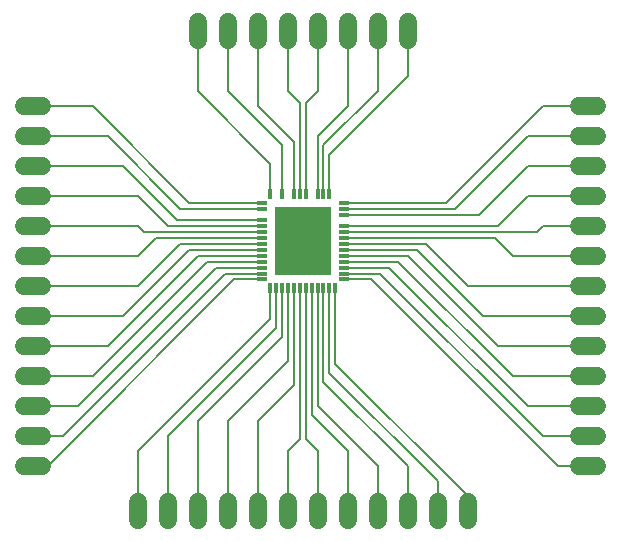
<source format=gbr>
G04 EAGLE Gerber RS-274X export*
G75*
%MOMM*%
%FSLAX34Y34*%
%LPD*%
%INTop Copper*%
%IPPOS*%
%AMOC8*
5,1,8,0,0,1.08239X$1,22.5*%
G01*
%ADD10R,0.812800X0.304800*%
%ADD11R,0.304800X0.812800*%
%ADD12R,4.800600X5.791200*%
%ADD13C,1.524000*%
%ADD14C,0.203200*%


D10*
X308356Y311900D03*
X308356Y306900D03*
X308356Y296900D03*
X308356Y291900D03*
X308356Y286900D03*
X308356Y281900D03*
X308356Y276900D03*
X308356Y271900D03*
X308356Y266900D03*
X308356Y261900D03*
X308356Y256900D03*
X308356Y246900D03*
D11*
X315400Y239903D03*
X320400Y239903D03*
X325400Y239903D03*
X335400Y239903D03*
X340400Y239903D03*
X345400Y239903D03*
X350400Y239903D03*
X355400Y239903D03*
X360400Y239903D03*
X365400Y239903D03*
X370400Y239903D03*
D10*
X377444Y246900D03*
X377444Y251900D03*
X377444Y261900D03*
X377444Y266900D03*
X377444Y271900D03*
X377444Y276900D03*
X377444Y286900D03*
X377444Y291900D03*
X377444Y301900D03*
X377444Y311900D03*
D11*
X365400Y318897D03*
X360400Y318897D03*
X355400Y318897D03*
X345400Y318897D03*
X340400Y318897D03*
X335400Y318897D03*
X325400Y318897D03*
X315400Y318897D03*
D12*
X342900Y279400D03*
D10*
X308356Y251900D03*
D11*
X330400Y239903D03*
D10*
X377444Y256900D03*
X377444Y281900D03*
X377444Y306900D03*
D13*
X482600Y58420D02*
X482600Y43180D01*
X457200Y43180D02*
X457200Y58420D01*
X431800Y58420D02*
X431800Y43180D01*
X406400Y43180D02*
X406400Y58420D01*
X381000Y58420D02*
X381000Y43180D01*
X355600Y43180D02*
X355600Y58420D01*
X330200Y58420D02*
X330200Y43180D01*
X304800Y43180D02*
X304800Y58420D01*
X279400Y58420D02*
X279400Y43180D01*
X254000Y43180D02*
X254000Y58420D01*
X228600Y58420D02*
X228600Y43180D01*
X203200Y43180D02*
X203200Y58420D01*
X254000Y449580D02*
X254000Y464820D01*
X279400Y464820D02*
X279400Y449580D01*
X304800Y449580D02*
X304800Y464820D01*
X330200Y464820D02*
X330200Y449580D01*
X355600Y449580D02*
X355600Y464820D01*
X381000Y464820D02*
X381000Y449580D01*
X406400Y449580D02*
X406400Y464820D01*
X431800Y464820D02*
X431800Y449580D01*
X576580Y393700D02*
X591820Y393700D01*
X591820Y368300D02*
X576580Y368300D01*
X576580Y342900D02*
X591820Y342900D01*
X591820Y317500D02*
X576580Y317500D01*
X576580Y292100D02*
X591820Y292100D01*
X591820Y266700D02*
X576580Y266700D01*
X576580Y241300D02*
X591820Y241300D01*
X591820Y215900D02*
X576580Y215900D01*
X576580Y190500D02*
X591820Y190500D01*
X591820Y165100D02*
X576580Y165100D01*
X576580Y139700D02*
X591820Y139700D01*
X591820Y114300D02*
X576580Y114300D01*
X576580Y88900D02*
X591820Y88900D01*
X121920Y88900D02*
X106680Y88900D01*
X106680Y114300D02*
X121920Y114300D01*
X121920Y139700D02*
X106680Y139700D01*
X106680Y165100D02*
X121920Y165100D01*
X121920Y190500D02*
X106680Y190500D01*
X106680Y215900D02*
X121920Y215900D01*
X121920Y241300D02*
X106680Y241300D01*
X106680Y266700D02*
X121920Y266700D01*
X121920Y292100D02*
X106680Y292100D01*
X106680Y317500D02*
X121920Y317500D01*
X121920Y342900D02*
X106680Y342900D01*
X106680Y368300D02*
X121920Y368300D01*
X121920Y393700D02*
X106680Y393700D01*
D14*
X246900Y311900D02*
X308356Y311900D01*
X165100Y393700D02*
X114300Y393700D01*
X165100Y393700D02*
X246900Y311900D01*
X239200Y306900D02*
X308356Y306900D01*
X177800Y368300D02*
X114300Y368300D01*
X177800Y368300D02*
X239200Y306900D01*
X236500Y296900D02*
X308356Y296900D01*
X236500Y296900D02*
X190500Y342900D01*
X114300Y342900D01*
X228800Y291900D02*
X308356Y291900D01*
X228800Y291900D02*
X203200Y317500D01*
X114300Y317500D01*
X208400Y286900D02*
X308356Y286900D01*
X208400Y286900D02*
X203200Y292100D01*
X114300Y292100D01*
X218400Y281900D02*
X308356Y281900D01*
X218400Y281900D02*
X203200Y266700D01*
X114300Y266700D01*
X238800Y276900D02*
X308356Y276900D01*
X203200Y241300D02*
X114300Y241300D01*
X203200Y241300D02*
X238800Y276900D01*
X246500Y271900D02*
X308356Y271900D01*
X246500Y271900D02*
X190500Y215900D01*
X114300Y215900D01*
X308156Y266700D02*
X308356Y266900D01*
X308156Y266700D02*
X254000Y266700D01*
X177800Y190500D01*
X114300Y190500D01*
X261900Y261900D02*
X308356Y261900D01*
X165100Y165100D02*
X114300Y165100D01*
X165100Y165100D02*
X261900Y261900D01*
X269600Y256900D02*
X308356Y256900D01*
X152400Y139700D02*
X114300Y139700D01*
X152400Y139700D02*
X269600Y256900D01*
X277300Y251900D02*
X308356Y251900D01*
X139700Y114300D02*
X114300Y114300D01*
X139700Y114300D02*
X277300Y251900D01*
X285000Y246900D02*
X308356Y246900D01*
X127000Y88900D02*
X114300Y88900D01*
X127000Y88900D02*
X285000Y246900D01*
X377444Y311900D02*
X464300Y311900D01*
X546100Y393700D02*
X584200Y393700D01*
X546100Y393700D02*
X464300Y311900D01*
X472000Y306900D02*
X377444Y306900D01*
X533400Y368300D02*
X584200Y368300D01*
X533400Y368300D02*
X472000Y306900D01*
X492400Y301900D02*
X377444Y301900D01*
X533400Y342900D02*
X584200Y342900D01*
X533400Y342900D02*
X492400Y301900D01*
X377644Y292100D02*
X377444Y291900D01*
X508000Y292100D02*
X533400Y317500D01*
X584200Y317500D01*
X508000Y292100D02*
X377644Y292100D01*
X377444Y286900D02*
X540900Y286900D01*
X546100Y292100D01*
X584200Y292100D01*
X505500Y281900D02*
X377444Y281900D01*
X505500Y281900D02*
X520700Y266700D01*
X584200Y266700D01*
X447000Y276900D02*
X377444Y276900D01*
X482600Y241300D02*
X584200Y241300D01*
X482600Y241300D02*
X447000Y276900D01*
X439300Y271900D02*
X377444Y271900D01*
X495300Y215900D02*
X584200Y215900D01*
X495300Y215900D02*
X439300Y271900D01*
X377644Y266700D02*
X377444Y266900D01*
X377644Y266700D02*
X431800Y266700D01*
X508000Y190500D01*
X584200Y190500D01*
X423900Y261900D02*
X377444Y261900D01*
X520700Y165100D02*
X584200Y165100D01*
X520700Y165100D02*
X423900Y261900D01*
X416200Y256900D02*
X377444Y256900D01*
X533400Y139700D02*
X584200Y139700D01*
X533400Y139700D02*
X416200Y256900D01*
X408500Y251900D02*
X377444Y251900D01*
X546100Y114300D02*
X584200Y114300D01*
X546100Y114300D02*
X408500Y251900D01*
X400800Y246900D02*
X377444Y246900D01*
X558800Y88900D02*
X584200Y88900D01*
X558800Y88900D02*
X400800Y246900D01*
X315400Y239903D02*
X315400Y213800D01*
X203200Y101600D01*
X203200Y50800D01*
X320400Y206100D02*
X320400Y239903D01*
X320400Y206100D02*
X228600Y114300D01*
X228600Y50800D01*
X325400Y198400D02*
X325400Y239903D01*
X254000Y127000D02*
X254000Y50800D01*
X254000Y127000D02*
X325400Y198400D01*
X330200Y239703D02*
X330400Y239903D01*
X330200Y177800D02*
X279400Y127000D01*
X279400Y50800D01*
X330200Y177800D02*
X330200Y239703D01*
X335400Y239903D02*
X335400Y157600D01*
X304800Y127000D02*
X304800Y50800D01*
X304800Y127000D02*
X335400Y157600D01*
X340400Y111800D02*
X340400Y239903D01*
X340400Y111800D02*
X330200Y101600D01*
X330200Y50800D01*
X345400Y111800D02*
X345400Y239903D01*
X345400Y111800D02*
X355600Y101600D01*
X355600Y50800D01*
X350400Y132200D02*
X350400Y239903D01*
X381000Y101600D02*
X381000Y50800D01*
X381000Y101600D02*
X350400Y132200D01*
X355600Y239703D02*
X355400Y239903D01*
X355600Y239703D02*
X355600Y139700D01*
X406400Y88900D01*
X406400Y50800D01*
X360400Y160300D02*
X360400Y239903D01*
X431800Y88900D02*
X431800Y50800D01*
X431800Y88900D02*
X360400Y160300D01*
X365400Y168000D02*
X365400Y239903D01*
X457200Y76200D02*
X457200Y50800D01*
X457200Y76200D02*
X365400Y168000D01*
X370400Y175700D02*
X370400Y239903D01*
X482600Y63500D02*
X482600Y50800D01*
X482600Y63500D02*
X370400Y175700D01*
X315400Y318897D02*
X315400Y345000D01*
X254000Y406400D02*
X254000Y457200D01*
X254000Y406400D02*
X315400Y345000D01*
X325400Y360400D02*
X325400Y318897D01*
X325400Y360400D02*
X279400Y406400D01*
X279400Y457200D01*
X335400Y363100D02*
X335400Y318897D01*
X335400Y363100D02*
X304800Y393700D01*
X304800Y457200D01*
X340400Y396200D02*
X340400Y318897D01*
X340400Y396200D02*
X330200Y406400D01*
X330200Y457200D01*
X345400Y396200D02*
X345400Y318897D01*
X345400Y396200D02*
X355600Y406400D01*
X355600Y457200D01*
X355600Y319097D02*
X355400Y318897D01*
X355600Y319097D02*
X355600Y368300D01*
X381000Y393700D01*
X381000Y457200D01*
X360400Y360400D02*
X360400Y318897D01*
X406400Y406400D02*
X406400Y457200D01*
X406400Y406400D02*
X360400Y360400D01*
X365400Y352700D02*
X365400Y318897D01*
X431800Y419100D02*
X431800Y457200D01*
X431800Y419100D02*
X365400Y352700D01*
M02*

</source>
